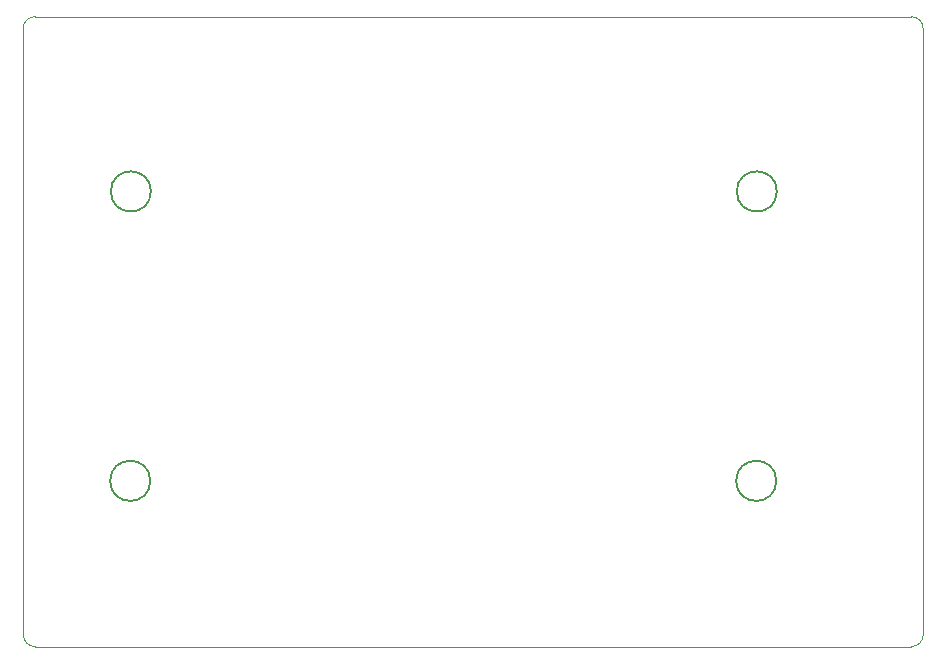
<source format=gbr>
%TF.GenerationSoftware,KiCad,Pcbnew,7.0.1*%
%TF.CreationDate,2024-05-04T11:14:46+02:00*%
%TF.ProjectId,VMU,564d552e-6b69-4636-9164-5f7063625858,rev?*%
%TF.SameCoordinates,Original*%
%TF.FileFunction,Profile,NP*%
%FSLAX46Y46*%
G04 Gerber Fmt 4.6, Leading zero omitted, Abs format (unit mm)*
G04 Created by KiCad (PCBNEW 7.0.1) date 2024-05-04 11:14:46*
%MOMM*%
%LPD*%
G01*
G04 APERTURE LIST*
%TA.AperFunction,Profile*%
%ADD10C,0.200000*%
%TD*%
%TA.AperFunction,Profile*%
%ADD11C,0.100000*%
%TD*%
G04 APERTURE END LIST*
D10*
X155200000Y-115500000D02*
G75*
G03*
X155200000Y-115500000I-1700000J0D01*
G01*
X155250000Y-91000000D02*
G75*
G03*
X155250000Y-91000000I-1700000J0D01*
G01*
X102200000Y-115500000D02*
G75*
G03*
X102200000Y-115500000I-1700000J0D01*
G01*
X102250000Y-91000000D02*
G75*
G03*
X102250000Y-91000000I-1700000J0D01*
G01*
D11*
X167640000Y-77216000D02*
X167647580Y-128521580D01*
X92448420Y-76192420D02*
G75*
G03*
X91432420Y-77208420I-20J-1015980D01*
G01*
X166631580Y-129537580D02*
G75*
G03*
X167647580Y-128521580I20J1015980D01*
G01*
X91442420Y-128521580D02*
X91432420Y-77208420D01*
X166631580Y-129537580D02*
X92458420Y-129537580D01*
X91442420Y-128521580D02*
G75*
G03*
X92458420Y-129537580I1015980J-20D01*
G01*
X92448420Y-76192420D02*
X166624000Y-76200000D01*
X167640000Y-77216000D02*
G75*
G03*
X166624000Y-76200000I-1016000J0D01*
G01*
M02*

</source>
